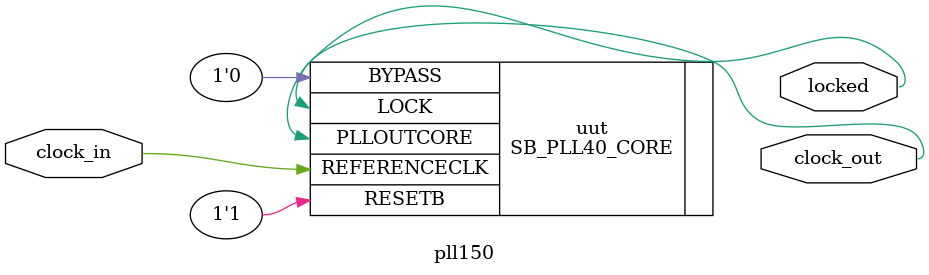
<source format=v>
/**
 * PLL configuration
 *
 * This Verilog module was generated automatically
 * using the icepll tool from the IceStorm project.
 * Use at your own risk.
 *
 * Given input frequency:        12.000 MHz
 * Requested output frequency:  150.000 MHz
 * Achieved output frequency:   150.000 MHz
 */

module pll150(
	input  clock_in,
	output clock_out,
	output locked
	);

SB_PLL40_CORE #(
		.FEEDBACK_PATH("SIMPLE"),
		.DIVR(4'b0000),		// DIVR =  0
		.DIVF(7'b0110001),	// DIVF = 49
		.DIVQ(3'b010),		// DIVQ =  2
		.FILTER_RANGE(3'b001)	// FILTER_RANGE = 1
	) uut (
		.LOCK(locked),
		.RESETB(1'b1),
		.BYPASS(1'b0),
		.REFERENCECLK(clock_in),
		.PLLOUTCORE(clock_out)
		);

endmodule

</source>
